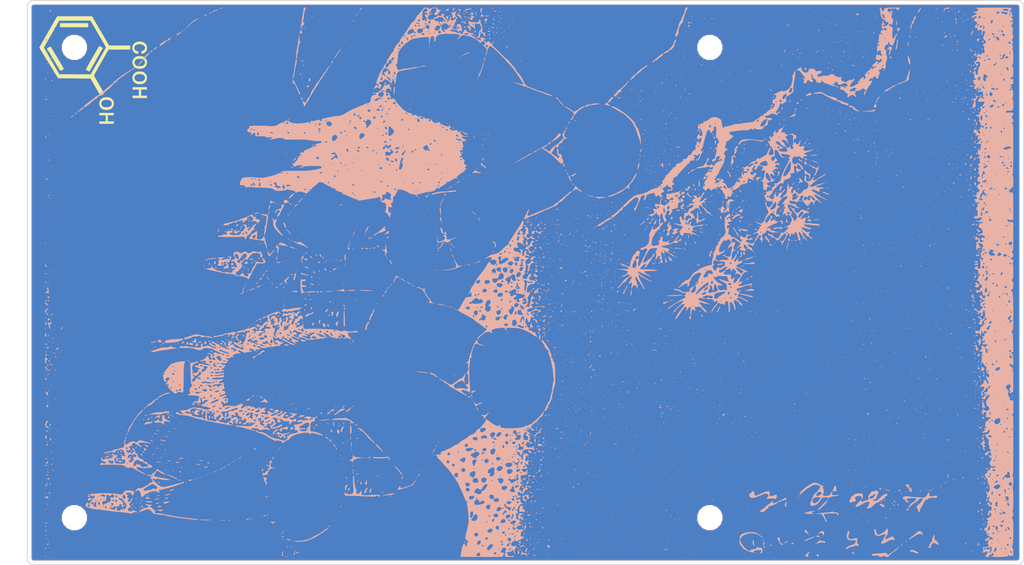
<source format=kicad_pcb>
(kicad_pcb (version 20171130) (host pcbnew "(5.1.5)-3")
  (layers (0 F.Cu signal) (31 B.Cu signal) (34 B.Paste user) (35 F.Paste user) (36 B.SilkS user) (37 F.SilkS user) (38 B.Mask user) (39 F.Mask user) (44 Edge.Cuts user))
  (net 0 "")
  (module Mounting_Holes:MountingHole_2.2mm_M2 (layer F.Cu) (at 150 64)
    (fp_text reference REF** hide)
    (fp_text value MountingHole_2.2mm_M2)
    (pad 1 np_thru_hole circle (at 0 0) (size 2.2 2.2) (drill 2.2) (layers *.Cu *.Mask))
  )
  (module Mounting_Holes:MountingHole_2.2mm_M2 (layer F.Cu) (at 150 124)
    (fp_text reference REF** hide)
    (fp_text value MountingHole_2.2mm_M2)
    (pad 1 np_thru_hole circle (at 0 0) (size 2.2 2.2) (drill 2.2) (layers *.Cu *.Mask))
  )
  (module Mounting_Holes:MountingHole_2.2mm_M2 (layer F.Cu) (at 69 124)
    (fp_text reference REF** hide)
    (fp_text value MountingHole_2.2mm_M2)
    (pad "" np_thru_hole circle (at 0 0) (size 2.2 2.2) (drill 2.2) (layers *.Cu *.Mask))
  )
  (module Mounting_Holes:MountingHole_2.2mm_M2 (layer F.Cu) (at 69 64)
    (fp_text reference REF** hide)
    (fp_text value MountingHole_2.2mm_M2)
    (pad 1 np_thru_hole circle (at 0 0) (size 2.2 2.2) (drill 2.2) (layers *.Cu *.Mask))
  )
  (module logos:Setta_back2s (layer B.Cu) (at 127 94 90)
    (fp_text reference G*** hide)
    (fp_text value LOGO hide)
  )
  (module logos:salicylic-acid2s (layer F.Cu) (at 72.25 67.75 270)
    (fp_text reference G*** hide)
    (fp_text value LOGO hide)
  )
  (module logos:Setta_back2m (layer B.Cu) (at 127 94 90)
    (fp_text reference G*** hide)
    (fp_text value LOGO hide)
  )
  (gr_line (start 63 129.5) (end 63.5 130) (layer Edge.Cuts) (width 0.1))
  (gr_line (start 63 58.5) (end 63.5 58) (layer Edge.Cuts) (width 0.1))
  (gr_line (start 190 58.5) (end 189.5 58) (layer Edge.Cuts) (width 0.1))
  (gr_line (start 189.5 130) (end 190 129.5) (layer Edge.Cuts) (width 0.1))
  (gr_line (start 190 58.5) (end 190 129.5) (layer Edge.Cuts) (width 0.1))
  (gr_line (start 63.5 58) (end 189.5 58) (layer Edge.Cuts) (width 0.1))
  (gr_line (start 63 129.5) (end 63 58.5) (layer Edge.Cuts) (width 0.1))
  (gr_line (start 189.5 130) (end 63.5 130) (layer Edge.Cuts) (width 0.1))
  (zone (net 0) (net_name "") (layer F.Cu) (connect_pads (clearance 0.508)) (min_thickness 0.254) (fill yes (arc_segments 16) (thermal_gap 0.508) (thermal_bridge_width 0.508))
    (polygon (pts (xy 190 130) (xy 63 130) (xy 63 58) (xy 190 58)))
  )
  (zone (net 0) (net_name "") (layer B.Cu) (connect_pads (clearance 0.508)) (min_thickness 0.254) (fill yes (arc_segments 16) (thermal_gap 0.508) (thermal_bridge_width 0.508))
    (polygon (pts (xy 190 130) (xy 63 130) (xy 63 58) (xy 190 58)))
  )
)
</source>
